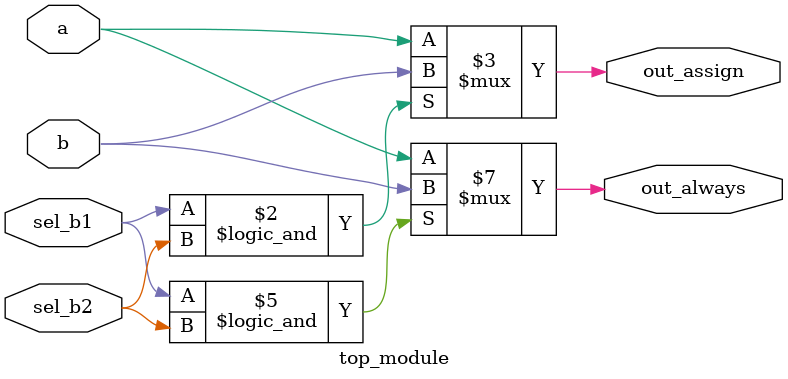
<source format=v>
module top_module(
    input a,
    input b,
    input sel_b1,
    input sel_b2,
    output wire out_assign,
    output reg out_always   ); 

    assign out_assign = (sel_b1 && sel_b2==1) ? b : a;
    always@(*)
        if(sel_b1 && sel_b2)
        out_always = b;
    	else
        out_always = a;
endmodule

</source>
